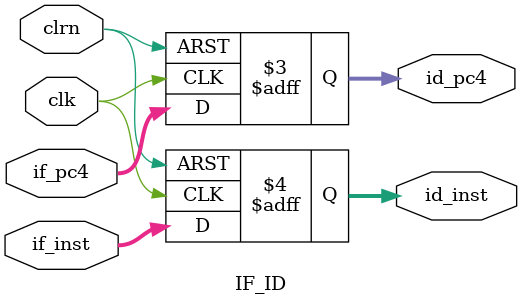
<source format=v>
`timescale 1ns / 1ps
module IF_ID(if_pc4,if_inst,clk,clrn,id_pc4,id_inst
    );

	input [31:0] if_pc4,if_inst;
	input clk,clrn;
	output [31:0] id_pc4,id_inst;
	
	reg [31:0] id_pc4,id_inst;
	
	always @(posedge clk or negedge clrn)
		if(clrn==0)
			begin 
				id_pc4<=0;
				id_inst<=0;
		   end
		else 
			begin 
				id_pc4<=if_pc4;
				id_inst<=if_inst;    
			end
		
endmodule

</source>
